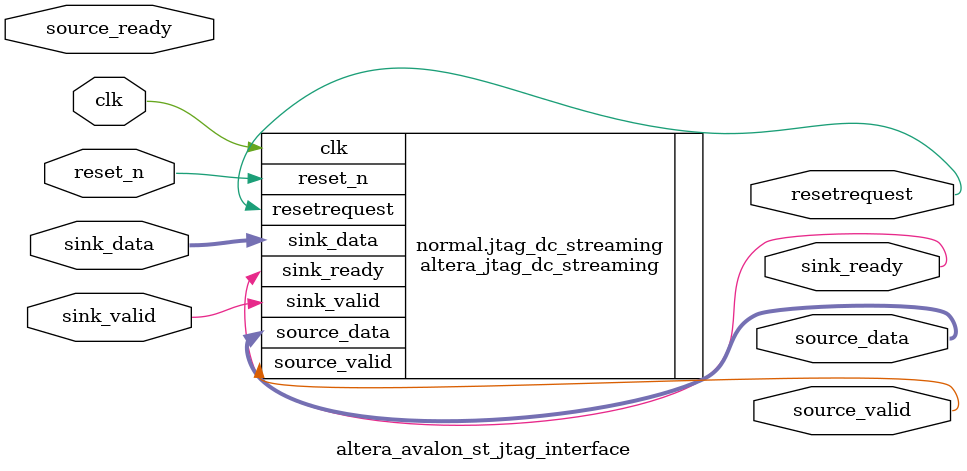
<source format=v>

module altera_avalon_st_jtag_interface (
				 clk,
				 reset_n,
				 source_ready,
				 source_data,
				 source_valid,
				 sink_data,
				 sink_valid,
				 sink_ready,
				 resetrequest
				 );
   input        clk;
   input        reset_n;
   output [7:0] source_data;
   input        source_ready;
   output       source_valid;
   input [7:0]  sink_data;
   input        sink_valid;
   output       sink_ready;
   output       resetrequest;

   parameter PURPOSE = 0; // for discovery of services behind this JTAG Phy - 0
                          //   for JTAG Phy, 1 for Packets to Master
   parameter UPSTREAM_FIFO_SIZE = 0;
   parameter DOWNSTREAM_FIFO_SIZE = 0;
   parameter USE_PLI = 0; // set to 1 enable PLI Simulation Mode 
   parameter PLI_PORT = 50000; // PLI Simulation Port

   wire       clk;
   wire       resetrequest; 
   wire [7:0] source_data;
   wire       source_ready;
   wire       source_valid;
   wire [7:0] sink_data;
   wire       sink_valid;
   wire       sink_ready;

   generate 
     if (USE_PLI == 0)
       begin : normal
         altera_jtag_dc_streaming #(
           .PURPOSE(PURPOSE),
           .UPSTREAM_FIFO_SIZE(UPSTREAM_FIFO_SIZE),
           .DOWNSTREAM_FIFO_SIZE(DOWNSTREAM_FIFO_SIZE)
         ) jtag_dc_streaming (
           .clk(clk),
           .reset_n(reset_n),
           .source_data(source_data),
           .source_valid(source_valid),
           .sink_data(sink_data),
           .sink_valid(sink_valid),
           .sink_ready(sink_ready),
           .resetrequest(resetrequest)
         );
       end
     else
       begin : pli_mode
         altera_pli_streaming #(.PURPOSE(PURPOSE), .PLI_PORT(PLI_PORT)) pli_streaming (
           .clk(clk),
           .reset_n(reset_n),
           .source_data(source_data),
           .source_valid(source_valid),
           .source_ready(source_ready),
           .sink_data(sink_data),
           .sink_valid(sink_valid),
           .sink_ready(sink_ready),
           .resetrequest(resetrequest)
         );
       end
   endgenerate
endmodule

</source>
